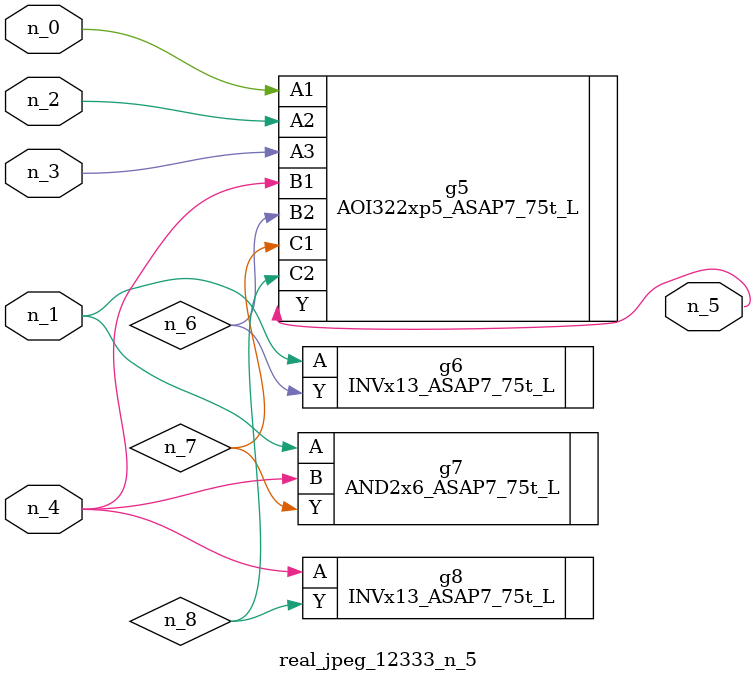
<source format=v>
module real_jpeg_12333_n_5 (n_4, n_0, n_1, n_2, n_3, n_5);

input n_4;
input n_0;
input n_1;
input n_2;
input n_3;

output n_5;

wire n_8;
wire n_6;
wire n_7;

AOI322xp5_ASAP7_75t_L g5 ( 
.A1(n_0),
.A2(n_2),
.A3(n_3),
.B1(n_4),
.B2(n_6),
.C1(n_7),
.C2(n_8),
.Y(n_5)
);

INVx13_ASAP7_75t_L g6 ( 
.A(n_1),
.Y(n_6)
);

AND2x6_ASAP7_75t_L g7 ( 
.A(n_1),
.B(n_4),
.Y(n_7)
);

INVx13_ASAP7_75t_L g8 ( 
.A(n_4),
.Y(n_8)
);


endmodule
</source>
